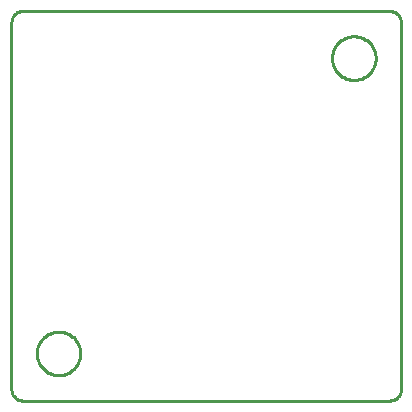
<source format=gbr>
G04 EAGLE Gerber RS-274X export*
G75*
%MOMM*%
%FSLAX34Y34*%
%LPD*%
%IN*%
%IPPOS*%
%AMOC8*
5,1,8,0,0,1.08239X$1,22.5*%
G01*
%ADD10C,0.254000*%


D10*
X0Y10000D02*
X38Y9128D01*
X152Y8264D01*
X341Y7412D01*
X603Y6580D01*
X937Y5774D01*
X1340Y5000D01*
X1808Y4264D01*
X2340Y3572D01*
X2929Y2929D01*
X3572Y2340D01*
X4264Y1808D01*
X5000Y1340D01*
X5774Y937D01*
X6580Y603D01*
X7412Y341D01*
X8264Y152D01*
X9128Y38D01*
X10000Y0D01*
X320000Y0D01*
X320872Y38D01*
X321736Y152D01*
X322588Y341D01*
X323420Y603D01*
X324226Y937D01*
X325000Y1340D01*
X325736Y1808D01*
X326428Y2340D01*
X327071Y2929D01*
X327660Y3572D01*
X328192Y4264D01*
X328660Y5000D01*
X329063Y5774D01*
X329397Y6580D01*
X329659Y7412D01*
X329848Y8264D01*
X329962Y9128D01*
X330000Y10000D01*
X330000Y320000D01*
X329962Y320872D01*
X329848Y321736D01*
X329659Y322588D01*
X329397Y323420D01*
X329063Y324226D01*
X328660Y325000D01*
X328192Y325736D01*
X327660Y326428D01*
X327071Y327071D01*
X326428Y327660D01*
X325736Y328192D01*
X325000Y328660D01*
X324226Y329063D01*
X323420Y329397D01*
X322588Y329659D01*
X321736Y329848D01*
X320872Y329962D01*
X320000Y330000D01*
X10000Y330000D01*
X9128Y329962D01*
X8264Y329848D01*
X7412Y329659D01*
X6580Y329397D01*
X5774Y329063D01*
X5000Y328660D01*
X4264Y328192D01*
X3572Y327660D01*
X2929Y327071D01*
X2340Y326428D01*
X1808Y325736D01*
X1340Y325000D01*
X937Y324226D01*
X603Y323420D01*
X341Y322588D01*
X152Y321736D01*
X38Y320872D01*
X0Y320000D01*
X0Y10000D01*
X21500Y39394D02*
X21579Y38186D01*
X21737Y36985D01*
X21974Y35797D01*
X22287Y34627D01*
X22676Y33480D01*
X23140Y32361D01*
X23676Y31275D01*
X24281Y30226D01*
X24954Y29218D01*
X25692Y28257D01*
X26490Y27347D01*
X27347Y26490D01*
X28257Y25692D01*
X29218Y24954D01*
X30226Y24281D01*
X31275Y23676D01*
X32361Y23140D01*
X33480Y22676D01*
X34627Y22287D01*
X35797Y21974D01*
X36985Y21737D01*
X38186Y21579D01*
X39394Y21500D01*
X40606Y21500D01*
X41814Y21579D01*
X43015Y21737D01*
X44203Y21974D01*
X45373Y22287D01*
X46520Y22676D01*
X47639Y23140D01*
X48726Y23676D01*
X49775Y24281D01*
X50782Y24954D01*
X51743Y25692D01*
X52653Y26490D01*
X53510Y27347D01*
X54308Y28257D01*
X55046Y29218D01*
X55719Y30226D01*
X56324Y31275D01*
X56860Y32361D01*
X57324Y33480D01*
X57713Y34627D01*
X58026Y35797D01*
X58263Y36985D01*
X58421Y38186D01*
X58500Y39394D01*
X58500Y40606D01*
X58421Y41814D01*
X58263Y43015D01*
X58026Y44203D01*
X57713Y45373D01*
X57324Y46520D01*
X56860Y47639D01*
X56324Y48726D01*
X55719Y49775D01*
X55046Y50782D01*
X54308Y51743D01*
X53510Y52653D01*
X52653Y53510D01*
X51743Y54308D01*
X50782Y55046D01*
X49775Y55719D01*
X48726Y56324D01*
X47639Y56860D01*
X46520Y57324D01*
X45373Y57713D01*
X44203Y58026D01*
X43015Y58263D01*
X41814Y58421D01*
X40606Y58500D01*
X39394Y58500D01*
X38186Y58421D01*
X36985Y58263D01*
X35797Y58026D01*
X34627Y57713D01*
X33480Y57324D01*
X32361Y56860D01*
X31275Y56324D01*
X30226Y55719D01*
X29218Y55046D01*
X28257Y54308D01*
X27347Y53510D01*
X26490Y52653D01*
X25692Y51743D01*
X24954Y50782D01*
X24281Y49775D01*
X23676Y48726D01*
X23140Y47639D01*
X22676Y46520D01*
X22287Y45373D01*
X21974Y44203D01*
X21737Y43015D01*
X21579Y41814D01*
X21500Y40606D01*
X21500Y39394D01*
X271500Y289394D02*
X271579Y288186D01*
X271737Y286985D01*
X271974Y285797D01*
X272287Y284627D01*
X272676Y283480D01*
X273140Y282361D01*
X273676Y281275D01*
X274281Y280226D01*
X274954Y279218D01*
X275692Y278257D01*
X276490Y277347D01*
X277347Y276490D01*
X278257Y275692D01*
X279218Y274954D01*
X280226Y274281D01*
X281275Y273676D01*
X282361Y273140D01*
X283480Y272676D01*
X284627Y272287D01*
X285797Y271974D01*
X286985Y271737D01*
X288186Y271579D01*
X289394Y271500D01*
X290606Y271500D01*
X291814Y271579D01*
X293015Y271737D01*
X294203Y271974D01*
X295373Y272287D01*
X296520Y272676D01*
X297639Y273140D01*
X298726Y273676D01*
X299775Y274281D01*
X300782Y274954D01*
X301743Y275692D01*
X302653Y276490D01*
X303510Y277347D01*
X304308Y278257D01*
X305046Y279218D01*
X305719Y280226D01*
X306324Y281275D01*
X306860Y282361D01*
X307324Y283480D01*
X307713Y284627D01*
X308026Y285797D01*
X308263Y286985D01*
X308421Y288186D01*
X308500Y289394D01*
X308500Y290606D01*
X308421Y291814D01*
X308263Y293015D01*
X308026Y294203D01*
X307713Y295373D01*
X307324Y296520D01*
X306860Y297639D01*
X306324Y298726D01*
X305719Y299775D01*
X305046Y300782D01*
X304308Y301743D01*
X303510Y302653D01*
X302653Y303510D01*
X301743Y304308D01*
X300782Y305046D01*
X299775Y305719D01*
X298726Y306324D01*
X297639Y306860D01*
X296520Y307324D01*
X295373Y307713D01*
X294203Y308026D01*
X293015Y308263D01*
X291814Y308421D01*
X290606Y308500D01*
X289394Y308500D01*
X288186Y308421D01*
X286985Y308263D01*
X285797Y308026D01*
X284627Y307713D01*
X283480Y307324D01*
X282361Y306860D01*
X281275Y306324D01*
X280226Y305719D01*
X279218Y305046D01*
X278257Y304308D01*
X277347Y303510D01*
X276490Y302653D01*
X275692Y301743D01*
X274954Y300782D01*
X274281Y299775D01*
X273676Y298726D01*
X273140Y297639D01*
X272676Y296520D01*
X272287Y295373D01*
X271974Y294203D01*
X271737Y293015D01*
X271579Y291814D01*
X271500Y290606D01*
X271500Y289394D01*
M02*

</source>
